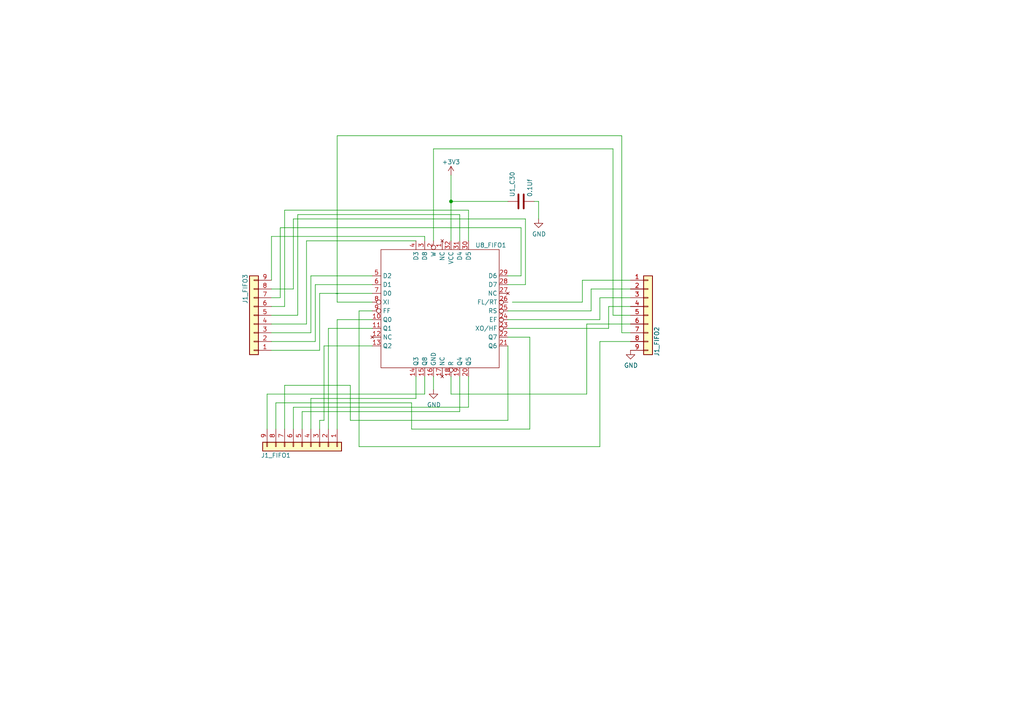
<source format=kicad_sch>
(kicad_sch (version 20230121) (generator eeschema)
  (paper "A4")
  (lib_symbols
    (symbol "Connector_Generic:Conn_01x09" (pin_names (offset 1.016) hide)
      (property "Reference" "J" (at 0 12.7 0))
      (property "Value" "Conn_01x09" (at 0 -12.7 0))
      (symbol "Conn_01x09_1_1"
        (rectangle (start -1.27 -10.033) (end 0 -10.287) (stroke (width 0.1524)))
        (rectangle (start -1.27 -7.493) (end 0 -7.747) (stroke (width 0.1524)))
        (rectangle (start -1.27 -4.953) (end 0 -5.207) (stroke (width 0.1524)))
        (rectangle (start -1.27 -2.413) (end 0 -2.667) (stroke (width 0.1524)))
        (rectangle (start -1.27 0.127) (end 0 -0.127) (stroke (width 0.1524)))
        (rectangle (start -1.27 2.667) (end 0 2.413) (stroke (width 0.1524)))
        (rectangle (start -1.27 5.207) (end 0 4.953) (stroke (width 0.1524)))
        (rectangle (start -1.27 7.747) (end 0 7.493) (stroke (width 0.1524)))
        (rectangle (start -1.27 10.287) (end 0 10.033) (stroke (width 0.1524)))
        (rectangle (start -1.27 11.43) (end 1.27 -11.43) (stroke (width 0.254)) (fill (type background)))
        (pin passive line (at -5.08 10.16 0) (length 3.81) (name "Pin_1") (number "1"))
        (pin passive line (at -5.08 7.62 0) (length 3.81) (name "Pin_2") (number "2"))
        (pin passive line (at -5.08 5.08 0) (length 3.81) (name "Pin_3") (number "3"))
        (pin passive line (at -5.08 2.54 0) (length 3.81) (name "Pin_4") (number "4"))
        (pin passive line (at -5.08 0 0) (length 3.81) (name "Pin_5") (number "5"))
        (pin passive line (at -5.08 -2.54 0) (length 3.81) (name "Pin_6") (number "6"))
        (pin passive line (at -5.08 -5.08 0) (length 3.81) (name "Pin_7") (number "7"))
        (pin passive line (at -5.08 -7.62 0) (length 3.81) (name "Pin_8") (number "8"))
        (pin passive line (at -5.08 -10.16 0) (length 3.81) (name "Pin_9") (number "9"))
      )
    )
    (symbol "Device:C" (pin_numbers hide) (pin_names (offset 0.254))
      (property "Reference" "C" (at 0.635 2.54 0))
      (property "Value" "C" (at 0.635 -2.54 0))
      (symbol "C_0_1"
        (polyline (pts (xy -2.032 -0.762) (xy 2.032 -0.762)) (stroke (width 0.508)))
        (polyline (pts (xy -2.032 0.762) (xy 2.032 0.762)) (stroke (width 0.508)))
      )
      (symbol "C_1_1"
        (pin passive line (at 0 3.81 270) (length 2.794) (name "~") (number "1"))
        (pin passive line (at 0 -3.81 90) (length 2.794) (name "~") (number "2"))
      )
    )
    (symbol "FIFO:7202LA25JGI"
      (property "Reference" "U" (at -17.78 21.59 0))
      (symbol "7202LA25JGI_0_1"
        (rectangle (start -17.78 19.05) (end 16.51 -15.24))
      )
      (symbol "7202LA25JGI_1_1"
        (pin no_connect line (at 0 21.59 270) (length 2.54) (name "NC") (number "1"))
        (pin bidirectional line (at -20.32 -1.27 0) (length 2.54) (name "Q0") (number "10"))
        (pin bidirectional line (at -20.32 -3.81 0) (length 2.54) (name "Q1") (number "11"))
        (pin no_connect line (at -20.32 -6.35 0) (length 2.54) (name "NC") (number "12"))
        (pin bidirectional line (at -20.32 -8.89 0) (length 2.54) (name "Q2") (number "13"))
        (pin bidirectional line (at -7.62 -17.78 90) (length 2.54) (name "Q3") (number "14"))
        (pin bidirectional line (at -5.08 -17.78 90) (length 2.54) (name "Q8") (number "15"))
        (pin power_in line (at -2.54 -17.78 90) (length 2.54) (name "GND") (number "16"))
        (pin no_connect line (at 0 -17.78 90) (length 2.54) (name "NC") (number "17"))
        (pin input inverted (at 2.54 -17.78 90) (length 2.54) (name "R") (number "18"))
        (pin bidirectional line (at 5.08 -17.78 90) (length 2.54) (name "Q4") (number "19"))
        (pin input inverted (at -2.54 21.59 270) (length 2.54) (name "W") (number "2"))
        (pin bidirectional line (at 7.62 -17.78 90) (length 2.54) (name "Q5") (number "20"))
        (pin bidirectional line (at 19.05 -8.89 180) (length 2.54) (name "Q6") (number "21"))
        (pin bidirectional line (at 19.05 -6.35 180) (length 2.54) (name "Q7") (number "22"))
        (pin output inverted (at 19.05 -3.81 180) (length 2.54) (name "XO/HF") (number "23"))
        (pin output inverted (at 19.05 -1.27 180) (length 2.54) (name "EF") (number "24"))
        (pin input inverted (at 19.05 1.27 180) (length 2.54) (name "RS") (number "25"))
        (pin input inverted (at 19.05 3.81 180) (length 2.54) (name "FL/RT") (number "26"))
        (pin no_connect line (at 19.05 6.35 180) (length 2.54) (name "NC") (number "27"))
        (pin bidirectional line (at 19.05 8.89 180) (length 2.54) (name "D7") (number "28"))
        (pin bidirectional line (at 19.05 11.43 180) (length 2.54) (name "D6") (number "29"))
        (pin bidirectional line (at -5.08 21.59 270) (length 2.54) (name "D8") (number "3"))
        (pin bidirectional line (at 7.62 21.59 270) (length 2.54) (name "D5") (number "30"))
        (pin bidirectional line (at 5.08 21.59 270) (length 2.54) (name "D4") (number "31"))
        (pin power_in line (at 2.54 21.59 270) (length 2.54) (name "VCC") (number "32"))
        (pin bidirectional line (at -7.62 21.59 270) (length 2.54) (name "D3") (number "4"))
        (pin bidirectional line (at -20.32 11.43 0) (length 2.54) (name "D2") (number "5"))
        (pin bidirectional line (at -20.32 8.89 0) (length 2.54) (name "D1") (number "6"))
        (pin bidirectional line (at -20.32 6.35 0) (length 2.54) (name "D0") (number "7"))
        (pin input inverted (at -20.32 3.81 0) (length 2.54) (name "XI") (number "8"))
        (pin output inverted (at -20.32 1.27 0) (length 2.54) (name "FF") (number "9"))
      )
    )
    (symbol "power:+3V3" (power) (pin_names (offset 0))
      (property "Value" "+3V3" (at 0 3.556 0))
      (symbol "+3V3_0_1"
        (polyline (pts (xy -0.762 1.27) (xy 0 2.54)))
        (polyline (pts (xy 0 0) (xy 0 2.54)))
        (polyline (pts (xy 0 2.54) (xy 0.762 1.27)))
      )
      (symbol "+3V3_1_1"
        (pin power_in line (at 0 0 90) (length 0) hide (name "+3V3") (number "1"))
      )
    )
    (symbol "power:GND" (power) (pin_names (offset 0))
      (property "Value" "GND" (at 0 -3.81 0))
      (symbol "GND_0_1"
        (polyline (pts (xy 0 0) (xy 0 -1.27) (xy 1.27 -1.27) (xy 0 -2.54) (xy -1.27 -1.27) (xy 0 -1.27)))
      )
      (symbol "GND_1_1"
        (pin power_in line (at 0 0 270) (length 0) hide (name "GND") (number "1"))
      )
    )
  )
  (junction (at 130.81 58.42))
  (wire (pts (xy 86.36 62.23) (xy 86.36 91.44)))
  (wire (pts (xy 180.34 39.37) (xy 180.34 96.52)))
  (wire (pts (xy 147.32 90.17) (xy 171.45 90.17)))
  (wire (pts (xy 123.19 109.22) (xy 123.19 114.3)))
  (wire (pts (xy 147.32 92.71) (xy 173.99 92.71)))
  (wire (pts (xy 86.36 91.44) (xy 78.74 91.44)))
  (wire (pts (xy 148.59 87.63) (xy 168.91 87.63)))
  (wire (pts (xy 151.13 66.04) (xy 81.28 66.04)))
  (wire (pts (xy 120.65 115.57) (xy 120.65 109.22)))
  (wire (pts (xy 82.55 88.9) (xy 82.55 60.96)))
  (wire (pts (xy 82.55 60.96) (xy 135.89 60.96)))
  (wire (pts (xy 147.32 121.92) (xy 101.6 121.92)))
  (wire (pts (xy 147.32 80.01) (xy 151.13 80.01)))
  (wire (pts (xy 176.53 95.25) (xy 176.53 88.9)))
  (wire (pts (xy 85.09 83.82) (xy 85.09 63.5)))
  (wire (pts (xy 107.95 100.33) (xy 93.98 100.33)))
  (wire (pts (xy 130.81 114.3) (xy 170.18 114.3)))
  (wire (pts (xy 123.19 114.3) (xy 77.47 114.3)))
  (wire (pts (xy 92.71 121.92) (xy 92.71 124.46)))
  (wire (pts (xy 135.89 118.11) (xy 135.89 109.22)))
  (wire (pts (xy 120.65 69.85) (xy 88.9 69.85)))
  (wire (pts (xy 147.32 95.25) (xy 176.53 95.25)))
  (wire (pts (xy 170.18 114.3) (xy 170.18 93.98)))
  (wire (pts (xy 173.99 92.71) (xy 173.99 86.36)))
  (wire (pts (xy 101.6 121.92) (xy 101.6 111.76)))
  (wire (pts (xy 130.81 109.22) (xy 130.81 114.3)))
  (wire (pts (xy 130.81 58.42) (xy 130.81 69.85)))
  (wire (pts (xy 85.09 118.11) (xy 135.89 118.11)))
  (wire (pts (xy 177.8 43.18) (xy 177.8 91.44)))
  (wire (pts (xy 85.09 118.11) (xy 85.09 124.46)))
  (wire (pts (xy 78.74 68.58) (xy 78.74 81.28)))
  (wire (pts (xy 133.35 109.22) (xy 133.35 119.38)))
  (wire (pts (xy 168.91 87.63) (xy 168.91 81.28)))
  (wire (pts (xy 171.45 83.82) (xy 182.88 83.82)))
  (wire (pts (xy 125.73 69.85) (xy 125.73 43.18)))
  (wire (pts (xy 153.67 124.46) (xy 153.67 97.79)))
  (wire (pts (xy 177.8 91.44) (xy 182.88 91.44)))
  (wire (pts (xy 107.95 80.01) (xy 90.17 80.01)))
  (wire (pts (xy 91.44 82.55) (xy 91.44 99.06)))
  (wire (pts (xy 168.91 81.28) (xy 182.88 81.28)))
  (wire (pts (xy 78.74 83.82) (xy 85.09 83.82)))
  (wire (pts (xy 88.9 69.85) (xy 88.9 93.98)))
  (wire (pts (xy 93.98 121.92) (xy 92.71 121.92)))
  (wire (pts (xy 97.79 39.37) (xy 180.34 39.37)))
  (wire (pts (xy 125.73 43.18) (xy 177.8 43.18)))
  (wire (pts (xy 90.17 115.57) (xy 120.65 115.57)))
  (wire (pts (xy 93.98 100.33) (xy 93.98 121.92)))
  (wire (pts (xy 133.35 62.23) (xy 86.36 62.23)))
  (wire (pts (xy 133.35 69.85) (xy 133.35 62.23)))
  (wire (pts (xy 107.95 95.25) (xy 95.25 95.25)))
  (wire (pts (xy 80.01 124.46) (xy 80.01 116.84)))
  (wire (pts (xy 125.73 109.22) (xy 125.73 113.03)))
  (wire (pts (xy 107.95 82.55) (xy 91.44 82.55)))
  (wire (pts (xy 152.4 82.55) (xy 147.32 82.55)))
  (wire (pts (xy 107.95 90.17) (xy 104.14 90.17)))
  (wire (pts (xy 107.95 85.09) (xy 92.71 85.09)))
  (wire (pts (xy 92.71 85.09) (xy 92.71 101.6)))
  (wire (pts (xy 154.94 58.42) (xy 156.21 58.42)))
  (wire (pts (xy 97.79 87.63) (xy 97.79 39.37)))
  (wire (pts (xy 101.6 111.76) (xy 82.55 111.76)))
  (wire (pts (xy 152.4 63.5) (xy 152.4 82.55)))
  (wire (pts (xy 87.63 119.38) (xy 133.35 119.38)))
  (wire (pts (xy 95.25 95.25) (xy 95.25 124.46)))
  (wire (pts (xy 87.63 119.38) (xy 87.63 124.46)))
  (wire (pts (xy 104.14 129.54) (xy 173.99 129.54)))
  (wire (pts (xy 78.74 88.9) (xy 82.55 88.9)))
  (wire (pts (xy 156.21 58.42) (xy 156.21 63.5)))
  (wire (pts (xy 90.17 124.46) (xy 90.17 115.57)))
  (wire (pts (xy 77.47 114.3) (xy 77.47 124.46)))
  (wire (pts (xy 81.28 86.36) (xy 78.74 86.36)))
  (wire (pts (xy 130.81 50.8) (xy 130.81 58.42)))
  (wire (pts (xy 90.17 80.01) (xy 90.17 96.52)))
  (wire (pts (xy 85.09 63.5) (xy 152.4 63.5)))
  (wire (pts (xy 173.99 99.06) (xy 182.88 99.06)))
  (wire (pts (xy 151.13 80.01) (xy 151.13 66.04)))
  (wire (pts (xy 90.17 96.52) (xy 78.74 96.52)))
  (wire (pts (xy 170.18 93.98) (xy 182.88 93.98)))
  (wire (pts (xy 171.45 90.17) (xy 171.45 83.82)))
  (wire (pts (xy 130.81 58.42) (xy 147.32 58.42)))
  (wire (pts (xy 153.67 97.79) (xy 147.32 97.79)))
  (wire (pts (xy 107.95 87.63) (xy 97.79 87.63)))
  (wire (pts (xy 173.99 129.54) (xy 173.99 99.06)))
  (wire (pts (xy 176.53 88.9) (xy 182.88 88.9)))
  (wire (pts (xy 123.19 68.58) (xy 78.74 68.58)))
  (wire (pts (xy 80.01 116.84) (xy 119.38 116.84)))
  (wire (pts (xy 82.55 111.76) (xy 82.55 124.46)))
  (wire (pts (xy 88.9 93.98) (xy 78.74 93.98)))
  (wire (pts (xy 104.14 90.17) (xy 104.14 129.54)))
  (wire (pts (xy 123.19 69.85) (xy 123.19 68.58)))
  (wire (pts (xy 135.89 60.96) (xy 135.89 69.85)))
  (wire (pts (xy 119.38 124.46) (xy 153.67 124.46)))
  (wire (pts (xy 97.79 92.71) (xy 97.79 124.46)))
  (wire (pts (xy 92.71 101.6) (xy 78.74 101.6)))
  (wire (pts (xy 180.34 96.52) (xy 182.88 96.52)))
  (wire (pts (xy 107.95 92.71) (xy 97.79 92.71)))
  (wire (pts (xy 173.99 86.36) (xy 182.88 86.36)))
  (wire (pts (xy 147.32 100.33) (xy 147.32 121.92)))
  (wire (pts (xy 119.38 116.84) (xy 119.38 124.46)))
  (wire (pts (xy 91.44 99.06) (xy 78.74 99.06)))
  (wire (pts (xy 81.28 66.04) (xy 81.28 86.36)))
  (symbol (lib_id "power:GND") (at 156.21 63.5 0) (unit 1)
    (property "Reference" "#PWR056" (effects hide))
    (property "Value" "GND" (at 156.337 67.8942 0))
    (instances (project "FPGAs-Ard_RPi_BB" (path "" (reference "#PWR056") (unit 1)) (path "" (reference "#PWR?") (unit 1)) (path "" (reference "#PWR0118") (unit 1))))
  )
  (symbol (lib_id "Connector_Generic:Conn_01x09") (at 187.96 91.44 0) (unit 1)
    (property "Reference" "J1_FIFO2" (at 190.5 99.06 90))
    (property "Value" "Conn_01x09" (effects hide))
    (property "Footprint" "Connector_PinHeader_2.54mm:PinHeader_1x09_P2.54mm_Vertical" (effects hide))
  )
  (symbol (lib_id "Connector_Generic:Conn_01x09") (at 73.66 91.44 180) (unit 1)
    (property "Reference" "J1_FIFO3" (at 71.12 83.82 90))
    (property "Value" "Conn_01x09" (effects hide))
    (property "Footprint" "Connector_PinHeader_2.54mm:PinHeader_1x09_P2.54mm_Vertical" (effects hide))
  )
  (symbol (lib_id "power:GND") (at 182.88 101.6 0) (unit 1)
    (property "Reference" "#PWR056" (effects hide))
    (property "Value" "GND" (at 183.007 105.9942 0))
    (instances (project "FPGAs-Ard_RPi_BB" (path "" (reference "#PWR056") (unit 1)) (path "" (reference "#PWR?") (unit 1)) (path "" (reference "#PWR0119") (unit 1))))
  )
  (symbol (lib_id "power:+3V3") (at 130.81 50.8 0) (unit 1)
    (property "Reference" "#PWR095" (effects hide))
    (property "Value" "+3V3" (at 130.81 46.99 0))
    (instances (project "FPGAs-Ard_RPi_BB" (path "" (reference "#PWR095") (unit 1)) (path "" (reference "#PWR0120") (unit 1))))
  )
  (symbol (lib_id "power:GND") (at 125.73 113.03 0) (unit 1)
    (property "Reference" "#PWR056" (effects hide))
    (property "Value" "GND" (at 125.857 117.4242 0))
    (instances (project "FPGAs-Ard_RPi_BB" (path "" (reference "#PWR056") (unit 1)) (path "" (reference "#PWR?") (unit 1)) (path "" (reference "#PWR0122") (unit 1))))
  )
  (symbol (lib_id "Connector_Generic:Conn_01x09") (at 87.63 129.54 270) (unit 1)
    (property "Reference" "J1_FIFO1" (at 80.01 132.08 90))
    (property "Value" "Conn_01x09" (effects hide))
    (property "Footprint" "Connector_PinHeader_2.54mm:PinHeader_1x09_P2.54mm_Vertical" (effects hide))
  )
  (symbol (lib_id "Device:C") (at 151.13 58.42 90) (unit 1)
    (property "Reference" "U1_C30" (at 148.59 57.15 0) (effects (justify left)))
    (property "Value" "0.1Uf" (at 153.67 57.15 0) (effects (justify left)))
    (property "Footprint" "Capacitor_SMD:C_0805_2012Metric" (effects hide))
    (instances (project "FPGAs-Ard_RPi_BB" (path "" (reference "U1_C30") (unit 1)) (path "" (reference "U1_C51") (unit 1))))
  )
  (symbol (lib_id "FIFO:7202LA25JGI") (at 128.27 91.44 0) (unit 1)
    (property "Reference" "U8_FIFO1" (at 137.8459 71.12 0) (effects (justify left)))
    (property "Value" "~" (at 97.79 85.09 0))
    (property "Footprint" "Package_LCC:PLCC-32_11.4x14.0mm_P1.27mm" (effects hide))
  )
)
</source>
